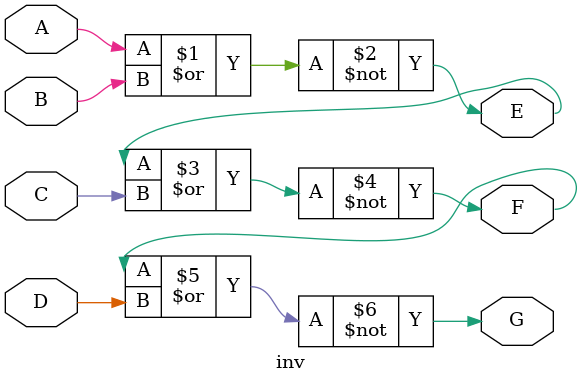
<source format=v>
`timescale 1ns / 1ps

module inv(
    input A,
    input B,
    input C,
    input D,
    
    output E,
    output F,
    output G
    );
    
    assign E = ~(A|B);
    assign F = ~(E|C);
    assign G = ~(F|D);
    
endmodule


</source>
